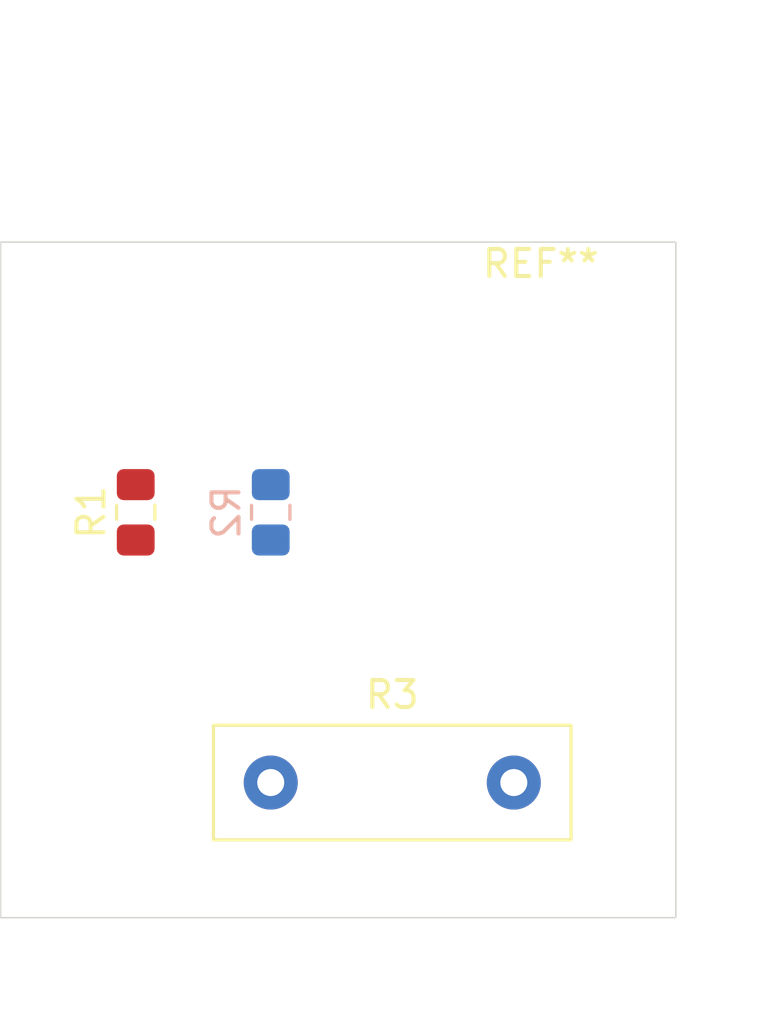
<source format=kicad_pcb>
(kicad_pcb (version 20221018) (generator pcbnew)
  (layers (0 "F.Cu" signal) (31 "B.Cu" signal) (34 "B.Paste" user) (35 "F.Paste" user) (36 "B.SilkS" user "B.Silkscreen") (37 "F.SilkS" user "F.Silkscreen") (38 "B.Mask" user) (39 "F.Mask" user) (44 "Edge.Cuts" user))
  (net 0 "")
  (footprint "Resistor_SMD:R_0805_2012Metric_Pad1.15x1.40mm_HandSolder" (layer "F.Cu") (at 105 35 90)
    (fp_text reference "R1" (at 0 -1.65 90) (layer "F.SilkS"))
    (fp_text value "R_0805_2012Metric_Pad1.15x1.40mm_HandSolder")
    (fp_line (start -0.261252 -0.71) (end 0.261252 -0.71) (stroke (width 0.12)) (layer "F.SilkS"))
    (fp_line (start -0.261252 0.71) (end 0.261252 0.71) (stroke (width 0.12)) (layer "F.SilkS"))
    (pad "1" smd roundrect (at -1.025 0 90) (size 1.15 1.4) (layers "F.Cu" "F.Paste" "F.Mask") (roundrect_rratio 0.217391))
    (pad "2" smd roundrect (at 1.025 0 90) (size 1.15 1.4) (layers "F.Cu" "F.Paste" "F.Mask") (roundrect_rratio 0.217391))
  )
  (footprint "Resistor_THT:R_Box_L13.0mm_W4.0mm_P9.00mm" (layer "F.Cu") (at 110 45)
    (fp_text reference "R3" (at 4.5 -3.25) (layer "F.SilkS"))
    (fp_text value "R_Box_L13.0mm_W4.0mm_P9.00mm")
    (fp_line (start -2.12 -2.12) (end -2.12 2.12) (stroke (width 0.12)) (layer "F.SilkS"))
    (fp_line (start -2.12 -2.12) (end 11.12 -2.12) (stroke (width 0.12)) (layer "F.SilkS"))
    (fp_line (start -2.12 2.12) (end 11.12 2.12) (stroke (width 0.12)) (layer "F.SilkS"))
    (fp_line (start 11.12 -2.12) (end 11.12 2.12) (stroke (width 0.12)) (layer "F.SilkS"))
    (pad "1" thru_hole circle (at 0 0) (size 2 2) (drill 1) (layers "*.Cu" "*.Mask"))
    (pad "2" thru_hole circle (at 9 0) (size 2 2) (drill 1) (layers "*.Cu" "*.Mask"))
  )
  (footprint "MountingHole:MountingHole_2.1mm" (layer "F.Cu") (at 120 29)
    (fp_text reference "REF**" (at 0 -3.2) (layer "F.SilkS"))
    (fp_text value "MountingHole_2.1mm")
    (pad "" np_thru_hole circle (at 0 0) (size 2.1 2.1) (drill 2.1) (layers "*.Cu" "*.Mask"))
  )
  (footprint "Resistor_SMD:R_0805_2012Metric_Pad1.15x1.40mm_HandSolder" (layer "B.Cu") (at 110 35 -90)
    (fp_text reference "R2" (at 0 1.65 -90) (layer "B.SilkS") (effects (justify mirror)))
    (fp_text value "R_0805_2012Metric_Pad1.15x1.40mm_HandSolder")
    (fp_line (start -0.261252 -0.71) (end 0.261252 -0.71) (stroke (width 0.12)) (layer "B.SilkS"))
    (fp_line (start -0.261252 0.71) (end 0.261252 0.71) (stroke (width 0.12)) (layer "B.SilkS"))
    (pad "1" smd roundrect (at -1.025 0 270) (size 1.15 1.4) (layers "B.Cu" "B.Paste" "B.Mask") (roundrect_rratio 0.217391))
    (pad "2" smd roundrect (at 1.025 0 270) (size 1.15 1.4) (layers "B.Cu" "B.Paste" "B.Mask") (roundrect_rratio 0.217391))
  )
  (gr_line (start 100 25) (end 100 50) (stroke (width 0.05)) (layer "Edge.Cuts"))
  (gr_line (start 125 25) (end 125 50) (stroke (width 0.05)) (layer "Edge.Cuts"))
  (gr_line (start 100 25) (end 125 25) (stroke (width 0.05)) (layer "Edge.Cuts"))
  (gr_line (start 100 50) (end 125 50) (stroke (width 0.05)) (layer "Edge.Cuts"))
)
</source>
